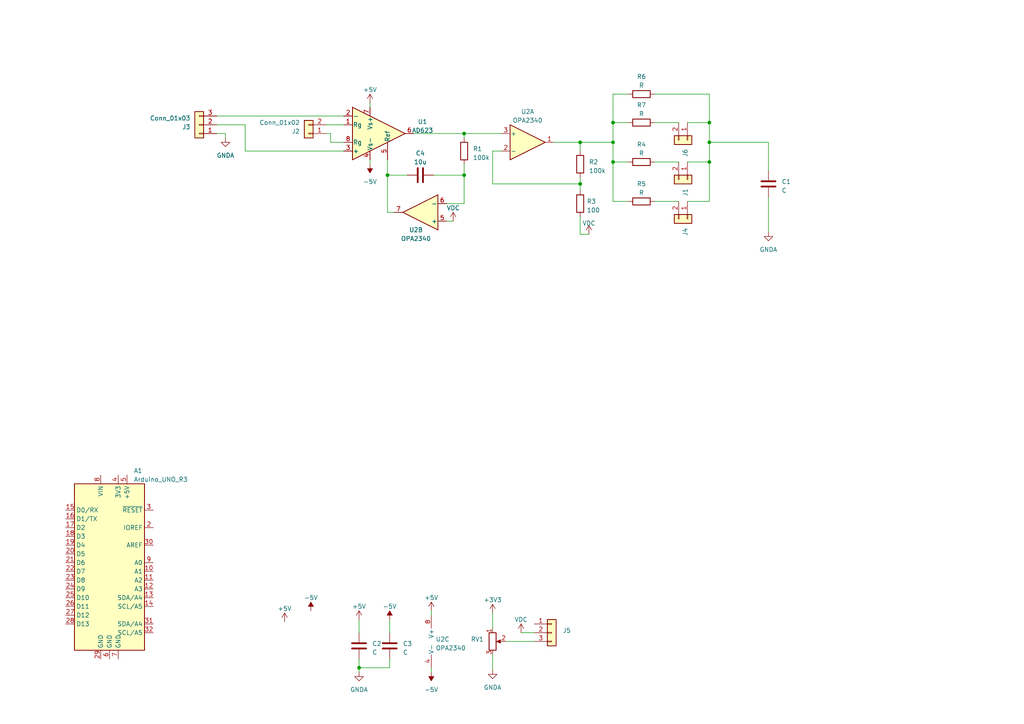
<source format=kicad_sch>
(kicad_sch (version 20230121) (generator eeschema)
  (paper "A4")
  (lib_symbols
    (symbol "Amplifier_Instrumentation:AD623" (pin_names (offset 0.127))
      (property "Reference" "U" (at 3.81 7.62 0))
      (property "Value" "AD623" (at 5.08 5.08 0))
      (symbol "AD623_0_1"
        (polyline (pts (xy -7.62 7.62) (xy -7.62 -7.62) (xy 7.62 0) (xy -7.62 7.62)) (stroke (width 0.254)) (fill (type background)))
      )
      (symbol "AD623_1_1"
        (pin passive line (at -10.16 2.54 0) (length 2.54) (name "Rg") (number "1"))
        (pin input line (at -10.16 5.08 0) (length 2.54) (name "-") (number "2"))
        (pin input line (at -10.16 -5.08 0) (length 2.54) (name "+") (number "3"))
        (pin power_in line (at -2.54 -7.62 90) (length 2.54) (name "Vs-") (number "4"))
        (pin passive line (at 2.54 -7.62 90) (length 5.08) (name "Ref") (number "5"))
        (pin output line (at 10.16 0 180) (length 2.54) (name "~") (number "6"))
        (pin power_in line (at -2.54 7.62 270) (length 2.54) (name "Vs+") (number "7"))
        (pin passive line (at -10.16 -2.54 0) (length 2.54) (name "Rg") (number "8"))
      )
    )
    (symbol "Amplifier_Operational:OPA2340" (pin_names (offset 0.127))
      (property "Reference" "U" (at 0 5.08 0))
      (property "Value" "OPA2340" (at 0 -5.08 0))
      (symbol "OPA2340_1_1"
        (polyline (pts (xy -5.08 5.08) (xy 5.08 0) (xy -5.08 -5.08) (xy -5.08 5.08)) (stroke (width 0.254)) (fill (type background)))
        (pin output line (at 7.62 0 180) (length 2.54) (name "~") (number "1"))
        (pin input line (at -7.62 -2.54 0) (length 2.54) (name "-") (number "2"))
        (pin input line (at -7.62 2.54 0) (length 2.54) (name "+") (number "3"))
      )
      (symbol "OPA2340_2_1"
        (polyline (pts (xy -5.08 5.08) (xy 5.08 0) (xy -5.08 -5.08) (xy -5.08 5.08)) (stroke (width 0.254)) (fill (type background)))
        (pin input line (at -7.62 2.54 0) (length 2.54) (name "+") (number "5"))
        (pin input line (at -7.62 -2.54 0) (length 2.54) (name "-") (number "6"))
        (pin output line (at 7.62 0 180) (length 2.54) (name "~") (number "7"))
      )
      (symbol "OPA2340_3_1"
        (pin power_in line (at -2.54 -7.62 90) (length 3.81) (name "V-") (number "4"))
        (pin power_in line (at -2.54 7.62 270) (length 3.81) (name "V+") (number "8"))
      )
    )
    (symbol "Connector_Generic:Conn_01x02" (pin_names (offset 1.016) hide)
      (property "Reference" "J" (at 0 2.54 0))
      (property "Value" "Conn_01x02" (at 0 -5.08 0))
      (symbol "Conn_01x02_1_1"
        (rectangle (start -1.27 -2.413) (end 0 -2.667) (stroke (width 0.1524)))
        (rectangle (start -1.27 0.127) (end 0 -0.127) (stroke (width 0.1524)))
        (rectangle (start -1.27 1.27) (end 1.27 -3.81) (stroke (width 0.254)) (fill (type background)))
        (pin passive line (at -5.08 0 0) (length 3.81) (name "Pin_1") (number "1"))
        (pin passive line (at -5.08 -2.54 0) (length 3.81) (name "Pin_2") (number "2"))
      )
    )
    (symbol "Connector_Generic:Conn_01x03" (pin_names (offset 1.016) hide)
      (property "Reference" "J" (at 0 5.08 0))
      (property "Value" "Conn_01x03" (at 0 -5.08 0))
      (symbol "Conn_01x03_1_1"
        (rectangle (start -1.27 -2.413) (end 0 -2.667) (stroke (width 0.1524)))
        (rectangle (start -1.27 0.127) (end 0 -0.127) (stroke (width 0.1524)))
        (rectangle (start -1.27 2.667) (end 0 2.413) (stroke (width 0.1524)))
        (rectangle (start -1.27 3.81) (end 1.27 -3.81) (stroke (width 0.254)) (fill (type background)))
        (pin passive line (at -5.08 2.54 0) (length 3.81) (name "Pin_1") (number "1"))
        (pin passive line (at -5.08 0 0) (length 3.81) (name "Pin_2") (number "2"))
        (pin passive line (at -5.08 -2.54 0) (length 3.81) (name "Pin_3") (number "3"))
      )
    )
    (symbol "Device:C" (pin_numbers hide) (pin_names (offset 0.254))
      (property "Reference" "C" (at 0.635 2.54 0))
      (property "Value" "C" (at 0.635 -2.54 0))
      (symbol "C_0_1"
        (polyline (pts (xy -2.032 -0.762) (xy 2.032 -0.762)) (stroke (width 0.508)))
        (polyline (pts (xy -2.032 0.762) (xy 2.032 0.762)) (stroke (width 0.508)))
      )
      (symbol "C_1_1"
        (pin passive line (at 0 3.81 270) (length 2.794) (name "~") (number "1"))
        (pin passive line (at 0 -3.81 90) (length 2.794) (name "~") (number "2"))
      )
    )
    (symbol "Device:R" (pin_numbers hide) (pin_names (offset 0))
      (property "Reference" "R" (at 2.032 0 90))
      (property "Value" "R" (at 0 0 90))
      (symbol "R_0_1"
        (rectangle (start -1.016 -2.54) (end 1.016 2.54) (stroke (width 0.254)))
      )
      (symbol "R_1_1"
        (pin passive line (at 0 3.81 270) (length 1.27) (name "~") (number "1"))
        (pin passive line (at 0 -3.81 90) (length 1.27) (name "~") (number "2"))
      )
    )
    (symbol "Device:R_Potentiometer" (pin_names (offset 1.016) hide)
      (property "Reference" "RV" (at -4.445 0 90))
      (property "Value" "R_Potentiometer" (at -2.54 0 90))
      (symbol "R_Potentiometer_0_1"
        (polyline (pts (xy 2.54 0) (xy 1.524 0)))
        (polyline (pts (xy 1.143 0) (xy 2.286 0.508) (xy 2.286 -0.508) (xy 1.143 0)) (fill (type outline)))
        (rectangle (start 1.016 2.54) (end -1.016 -2.54) (stroke (width 0.254)))
      )
      (symbol "R_Potentiometer_1_1"
        (pin passive line (at 0 3.81 270) (length 1.27) (name "1") (number "1"))
        (pin passive line (at 3.81 0 180) (length 1.27) (name "2") (number "2"))
        (pin passive line (at 0 -3.81 90) (length 1.27) (name "3") (number "3"))
      )
    )
    (symbol "MCU_Module:Arduino_UNO_R3"
      (property "Reference" "A" (at -10.16 23.495 0))
      (property "Value" "Arduino_UNO_R3" (at 5.08 -26.67 0))
      (symbol "Arduino_UNO_R3_0_1"
        (rectangle (start -10.16 22.86) (end 10.16 -25.4) (stroke (width 0.254)) (fill (type background)))
      )
      (symbol "Arduino_UNO_R3_1_1"
        (pin no_connect line (at -10.16 -20.32 0) (length 2.54) hide (name "NC") (number "1"))
        (pin bidirectional line (at 12.7 -2.54 180) (length 2.54) (name "A1") (number "10"))
        (pin bidirectional line (at 12.7 -5.08 180) (length 2.54) (name "A2") (number "11"))
        (pin bidirectional line (at 12.7 -7.62 180) (length 2.54) (name "A3") (number "12"))
        (pin bidirectional line (at 12.7 -10.16 180) (length 2.54) (name "SDA/A4") (number "13"))
        (pin bidirectional line (at 12.7 -12.7 180) (length 2.54) (name "SCL/A5") (number "14"))
        (pin bidirectional line (at -12.7 15.24 0) (length 2.54) (name "D0/RX") (number "15"))
        (pin bidirectional line (at -12.7 12.7 0) (length 2.54) (name "D1/TX") (number "16"))
        (pin bidirectional line (at -12.7 10.16 0) (length 2.54) (name "D2") (number "17"))
        (pin bidirectional line (at -12.7 7.62 0) (length 2.54) (name "D3") (number "18"))
        (pin bidirectional line (at -12.7 5.08 0) (length 2.54) (name "D4") (number "19"))
        (pin output line (at 12.7 10.16 180) (length 2.54) (name "IOREF") (number "2"))
        (pin bidirectional line (at -12.7 2.54 0) (length 2.54) (name "D5") (number "20"))
        (pin bidirectional line (at -12.7 0 0) (length 2.54) (name "D6") (number "21"))
        (pin bidirectional line (at -12.7 -2.54 0) (length 2.54) (name "D7") (number "22"))
        (pin bidirectional line (at -12.7 -5.08 0) (length 2.54) (name "D8") (number "23"))
        (pin bidirectional line (at -12.7 -7.62 0) (length 2.54) (name "D9") (number "24"))
        (pin bidirectional line (at -12.7 -10.16 0) (length 2.54) (name "D10") (number "25"))
        (pin bidirectional line (at -12.7 -12.7 0) (length 2.54) (name "D11") (number "26"))
        (pin bidirectional line (at -12.7 -15.24 0) (length 2.54) (name "D12") (number "27"))
        (pin bidirectional line (at -12.7 -17.78 0) (length 2.54) (name "D13") (number "28"))
        (pin power_in line (at -2.54 -27.94 90) (length 2.54) (name "GND") (number "29"))
        (pin input line (at 12.7 15.24 180) (length 2.54) (name "~{RESET}") (number "3"))
        (pin input line (at 12.7 5.08 180) (length 2.54) (name "AREF") (number "30"))
        (pin bidirectional line (at 12.7 -17.78 180) (length 2.54) (name "SDA/A4") (number "31"))
        (pin bidirectional line (at 12.7 -20.32 180) (length 2.54) (name "SCL/A5") (number "32"))
        (pin power_out line (at 2.54 25.4 270) (length 2.54) (name "3V3") (number "4"))
        (pin power_out line (at 5.08 25.4 270) (length 2.54) (name "+5V") (number "5"))
        (pin power_in line (at 0 -27.94 90) (length 2.54) (name "GND") (number "6"))
        (pin power_in line (at 2.54 -27.94 90) (length 2.54) (name "GND") (number "7"))
        (pin power_in line (at -2.54 25.4 270) (length 2.54) (name "VIN") (number "8"))
        (pin bidirectional line (at 12.7 0 180) (length 2.54) (name "A0") (number "9"))
      )
    )
    (symbol "power:+3V3" (power) (pin_names (offset 0))
      (property "Value" "+3V3" (at 0 3.556 0))
      (symbol "+3V3_0_1"
        (polyline (pts (xy -0.762 1.27) (xy 0 2.54)))
        (polyline (pts (xy 0 0) (xy 0 2.54)))
        (polyline (pts (xy 0 2.54) (xy 0.762 1.27)))
      )
      (symbol "+3V3_1_1"
        (pin power_in line (at 0 0 90) (length 0) hide (name "+3V3") (number "1"))
      )
    )
    (symbol "power:+5V" (power) (pin_names (offset 0))
      (property "Value" "+5V" (at 0 3.556 0))
      (symbol "+5V_0_1"
        (polyline (pts (xy -0.762 1.27) (xy 0 2.54)))
        (polyline (pts (xy 0 0) (xy 0 2.54)))
        (polyline (pts (xy 0 2.54) (xy 0.762 1.27)))
      )
      (symbol "+5V_1_1"
        (pin power_in line (at 0 0 90) (length 0) hide (name "+5V") (number "1"))
      )
    )
    (symbol "power:-5V" (power) (pin_names (offset 0))
      (property "Value" "-5V" (at 0 3.81 0))
      (symbol "-5V_0_0"
        (pin power_in line (at 0 0 90) (length 0) hide (name "-5V") (number "1"))
      )
      (symbol "-5V_0_1"
        (polyline (pts (xy 0 0) (xy 0 1.27) (xy 0.762 1.27) (xy 0 2.54) (xy -0.762 1.27) (xy 0 1.27)) (fill (type outline)))
      )
    )
    (symbol "power:GNDA" (power) (pin_names (offset 0))
      (property "Value" "GNDA" (at 0 -3.81 0))
      (symbol "GNDA_0_1"
        (polyline (pts (xy 0 0) (xy 0 -1.27) (xy 1.27 -1.27) (xy 0 -2.54) (xy -1.27 -1.27) (xy 0 -1.27)))
      )
      (symbol "GNDA_1_1"
        (pin power_in line (at 0 0 270) (length 0) hide (name "GNDA") (number "1"))
      )
    )
    (symbol "power:VDC" (power) (pin_names (offset 0))
      (property "Value" "VDC" (at 0 6.35 0))
      (symbol "VDC_0_1"
        (polyline (pts (xy -0.762 1.27) (xy 0 2.54)))
        (polyline (pts (xy 0 0) (xy 0 2.54)))
        (polyline (pts (xy 0 2.54) (xy 0.762 1.27)))
      )
      (symbol "VDC_1_1"
        (pin power_in line (at 0 0 90) (length 0) hide (name "VDC") (number "1"))
      )
    )
  )
  (junction (at 112.395 50.8))
  (junction (at 168.275 41.275))
  (junction (at 205.74 41.275))
  (junction (at 177.8 35.56))
  (junction (at 177.8 46.99))
  (junction (at 134.62 38.735))
  (junction (at 104.14 193.675))
  (junction (at 205.74 46.99))
  (junction (at 168.275 53.34))
  (junction (at 134.62 50.8))
  (junction (at 177.8 41.275))
  (junction (at 205.74 35.56))
  (wire (pts (xy 182.245 58.42) (xy 177.8 58.42)))
  (wire (pts (xy 134.62 47.625) (xy 134.62 50.8)))
  (wire (pts (xy 177.8 46.99) (xy 182.245 46.99)))
  (wire (pts (xy 94.615 38.735) (xy 95.885 38.735)))
  (wire (pts (xy 125.095 177.165) (xy 125.095 178.435)))
  (wire (pts (xy 142.875 43.815) (xy 142.875 53.34)))
  (wire (pts (xy 65.405 38.735) (xy 62.865 38.735)))
  (wire (pts (xy 94.615 36.195) (xy 99.695 36.195)))
  (wire (pts (xy 222.885 57.15) (xy 222.885 67.31)))
  (wire (pts (xy 142.875 189.865) (xy 142.875 194.31)))
  (wire (pts (xy 189.865 35.56) (xy 196.85 35.56)))
  (wire (pts (xy 71.12 43.815) (xy 99.695 43.815)))
  (wire (pts (xy 151.13 183.515) (xy 154.94 183.515)))
  (wire (pts (xy 134.62 38.735) (xy 134.62 40.005)))
  (wire (pts (xy 113.03 191.135) (xy 113.03 193.675)))
  (wire (pts (xy 107.315 47.625) (xy 107.315 46.355)))
  (wire (pts (xy 112.395 46.355) (xy 112.395 50.8)))
  (wire (pts (xy 205.74 41.275) (xy 222.885 41.275)))
  (wire (pts (xy 62.865 33.655) (xy 99.695 33.655)))
  (wire (pts (xy 134.62 38.735) (xy 145.415 38.735)))
  (wire (pts (xy 168.275 62.865) (xy 168.275 67.945)))
  (wire (pts (xy 107.315 29.845) (xy 107.315 31.115)))
  (wire (pts (xy 168.275 67.945) (xy 170.815 67.945)))
  (wire (pts (xy 205.74 41.275) (xy 205.74 35.56)))
  (wire (pts (xy 199.39 46.99) (xy 205.74 46.99)))
  (wire (pts (xy 205.74 35.56) (xy 205.74 27.305)))
  (wire (pts (xy 120.015 38.735) (xy 134.62 38.735)))
  (wire (pts (xy 71.12 36.195) (xy 71.12 43.815)))
  (wire (pts (xy 189.865 27.305) (xy 205.74 27.305)))
  (wire (pts (xy 177.8 35.56) (xy 177.8 27.305)))
  (wire (pts (xy 177.8 58.42) (xy 177.8 46.99)))
  (wire (pts (xy 112.395 50.8) (xy 118.11 50.8)))
  (wire (pts (xy 65.405 40.005) (xy 65.405 38.735)))
  (wire (pts (xy 168.275 51.435) (xy 168.275 53.34)))
  (wire (pts (xy 168.275 53.34) (xy 168.275 55.245)))
  (wire (pts (xy 134.62 59.055) (xy 129.54 59.055)))
  (wire (pts (xy 199.39 58.42) (xy 205.74 58.42)))
  (wire (pts (xy 113.03 179.705) (xy 113.03 183.515)))
  (wire (pts (xy 177.8 41.275) (xy 177.8 35.56)))
  (wire (pts (xy 168.275 41.275) (xy 168.275 43.815)))
  (wire (pts (xy 189.865 58.42) (xy 196.85 58.42)))
  (wire (pts (xy 104.14 193.675) (xy 104.14 194.945)))
  (wire (pts (xy 160.655 41.275) (xy 168.275 41.275)))
  (wire (pts (xy 146.685 186.055) (xy 154.94 186.055)))
  (wire (pts (xy 112.395 61.595) (xy 114.3 61.595)))
  (wire (pts (xy 62.865 36.195) (xy 71.12 36.195)))
  (wire (pts (xy 134.62 50.8) (xy 134.62 59.055)))
  (wire (pts (xy 104.14 191.135) (xy 104.14 193.675)))
  (wire (pts (xy 125.095 194.945) (xy 125.095 193.675)))
  (wire (pts (xy 199.39 35.56) (xy 205.74 35.56)))
  (wire (pts (xy 104.14 179.705) (xy 104.14 183.515)))
  (wire (pts (xy 177.8 46.99) (xy 177.8 41.275)))
  (wire (pts (xy 95.885 41.275) (xy 99.695 41.275)))
  (wire (pts (xy 95.885 38.735) (xy 95.885 41.275)))
  (wire (pts (xy 113.03 193.675) (xy 104.14 193.675)))
  (wire (pts (xy 142.875 177.8) (xy 142.875 182.245)))
  (wire (pts (xy 142.875 53.34) (xy 168.275 53.34)))
  (wire (pts (xy 189.865 46.99) (xy 196.85 46.99)))
  (wire (pts (xy 177.8 27.305) (xy 182.245 27.305)))
  (wire (pts (xy 222.885 49.53) (xy 222.885 41.275)))
  (wire (pts (xy 168.275 41.275) (xy 177.8 41.275)))
  (wire (pts (xy 112.395 50.8) (xy 112.395 61.595)))
  (wire (pts (xy 205.74 46.99) (xy 205.74 41.275)))
  (wire (pts (xy 205.74 58.42) (xy 205.74 46.99)))
  (wire (pts (xy 145.415 43.815) (xy 142.875 43.815)))
  (wire (pts (xy 125.73 50.8) (xy 134.62 50.8)))
  (wire (pts (xy 129.54 64.135) (xy 131.445 64.135)))
  (wire (pts (xy 177.8 35.56) (xy 182.245 35.56)))
  (symbol (lib_id "power:-5V") (at 90.17 177.165 0) (unit 1)
    (property "Reference" "#PWR04" (effects hide))
    (property "Value" "-5V" (at 90.17 173.355 0))
  )
  (symbol (lib_id "Connector_Generic:Conn_01x02") (at 199.39 63.5 270) (unit 1)
    (property "Reference" "J4" (at 198.755 66.04 0) (effects (justify left)))
    (property "Value" "Conn_01x02" (effects hide))
  )
  (symbol (lib_id "Amplifier_Operational:OPA2340") (at 153.035 41.275 0) (unit 1)
    (property "Reference" "U2" (at 153.035 32.385 0))
    (property "Value" "OPA2340" (at 153.035 34.925 0))
    (property "Datasheet" "http://www.ti.com/lit/ds/symlink/opa4340.pdf" (effects hide))
  )
  (symbol (lib_id "MCU_Module:Arduino_UNO_R3") (at 31.75 163.195 0) (unit 1)
    (property "Reference" "A1" (at 38.7859 136.525 0) (effects (justify left)))
    (property "Value" "Arduino_UNO_R3" (at 38.7859 139.065 0) (effects (justify left)))
    (property "Footprint" "Module:Arduino_UNO_R3" (effects hide))
    (property "Datasheet" "https://www.arduino.cc/en/Main/arduinoBoardUno" (effects hide))
  )
  (symbol (lib_id "power:VDC") (at 170.815 67.945 0) (unit 1)
    (property "Reference" "#PWR014" (effects hide))
    (property "Value" "VDC" (at 170.815 64.77 0))
  )
  (symbol (lib_id "Connector_Generic:Conn_01x03") (at 160.02 183.515 0) (unit 1)
    (property "Reference" "J5" (at 163.195 182.88 0) (effects (justify left)))
    (property "Value" "Conn_01x03" (effects hide))
  )
  (symbol (lib_id "power:GNDA") (at 65.405 40.005 0) (unit 1)
    (property "Reference" "#PWR08" (effects hide))
    (property "Value" "GNDA" (at 65.405 45.085 0))
  )
  (symbol (lib_id "power:VDC") (at 151.13 183.515 0) (unit 1)
    (property "Reference" "#PWR016" (effects hide))
    (property "Value" "VDC" (at 151.13 179.705 0))
  )
  (symbol (lib_id "power:GNDA") (at 222.885 67.31 0) (unit 1)
    (property "Reference" "#PWR015" (effects hide))
    (property "Value" "GNDA" (at 222.885 72.39 0))
  )
  (symbol (lib_id "power:GNDA") (at 104.14 194.945 0) (unit 1)
    (property "Reference" "#PWR07" (effects hide))
    (property "Value" "GNDA" (at 104.14 200.025 0))
  )
  (symbol (lib_id "Device:R") (at 186.055 58.42 90) (unit 1)
    (property "Reference" "R5" (at 186.055 53.34 90))
    (property "Value" "R" (at 186.055 55.88 90))
  )
  (symbol (lib_id "Device:R") (at 186.055 46.99 90) (unit 1)
    (property "Reference" "R4" (at 186.055 41.91 90))
    (property "Value" "R" (at 186.055 44.45 90))
  )
  (symbol (lib_id "power:-5V") (at 125.095 194.945 180) (unit 1)
    (property "Reference" "#PWR010" (effects hide))
    (property "Value" "-5V" (at 125.095 200.025 0))
  )
  (symbol (lib_id "Device:C") (at 222.885 53.34 0) (unit 1)
    (property "Reference" "C1" (at 226.695 52.705 0) (effects (justify left)))
    (property "Value" "C" (at 226.695 55.245 0) (effects (justify left)))
  )
  (symbol (lib_id "Connector_Generic:Conn_01x02") (at 199.39 52.07 270) (unit 1)
    (property "Reference" "J1" (at 198.755 54.61 0) (effects (justify left)))
    (property "Value" "Conn_01x02" (effects hide))
  )
  (symbol (lib_id "Device:C") (at 104.14 187.325 0) (unit 1)
    (property "Reference" "C2" (at 107.95 186.69 0) (effects (justify left)))
    (property "Value" "C" (at 107.95 189.23 0) (effects (justify left)))
  )
  (symbol (lib_id "Connector_Generic:Conn_01x02") (at 199.39 40.64 270) (unit 1)
    (property "Reference" "J6" (at 198.755 43.18 0) (effects (justify left)))
    (property "Value" "Conn_01x02" (effects hide))
  )
  (symbol (lib_id "power:+5V") (at 82.55 180.34 0) (unit 1)
    (property "Reference" "#PWR03" (effects hide))
    (property "Value" "+5V" (at 82.55 176.53 0))
  )
  (symbol (lib_id "Device:R_Potentiometer") (at 142.875 186.055 0) (unit 1)
    (property "Reference" "RV1" (at 140.335 185.42 0) (effects (justify right)))
    (property "Value" "R_Potentiometer" (effects hide))
  )
  (symbol (lib_id "Device:C") (at 113.03 187.325 0) (unit 1)
    (property "Reference" "C3" (at 116.84 186.69 0) (effects (justify left)))
    (property "Value" "C" (at 116.84 189.23 0) (effects (justify left)))
  )
  (symbol (lib_id "power:+3V3") (at 142.875 177.8 0) (unit 1)
    (property "Reference" "#PWR05" (effects hide))
    (property "Value" "+3V3" (at 142.875 173.99 0))
  )
  (symbol (lib_id "Connector_Generic:Conn_01x03") (at 57.785 36.195 180) (unit 1)
    (property "Reference" "J3" (at 55.245 36.83 0) (effects (justify left)))
    (property "Value" "Conn_01x03" (at 55.245 34.29 0) (effects (justify left)))
  )
  (symbol (lib_id "Device:R") (at 186.055 27.305 90) (unit 1)
    (property "Reference" "R6" (at 186.055 22.225 90))
    (property "Value" "R" (at 186.055 24.765 90))
  )
  (symbol (lib_id "power:VDC") (at 131.445 64.135 0) (unit 1)
    (property "Reference" "#PWR013" (effects hide))
    (property "Value" "VDC" (at 131.445 60.325 0))
  )
  (symbol (lib_id "power:-5V") (at 113.03 179.705 0) (unit 1)
    (property "Reference" "#PWR02" (effects hide))
    (property "Value" "-5V" (at 113.03 175.895 0))
  )
  (symbol (lib_id "Device:R") (at 186.055 35.56 90) (unit 1)
    (property "Reference" "R7" (at 186.055 30.48 90))
    (property "Value" "R" (at 186.055 33.02 90))
  )
  (symbol (lib_id "Amplifier_Operational:OPA2340") (at 127.635 186.055 0) (unit 3)
    (property "Reference" "U2" (at 126.365 185.42 0) (effects (justify left)))
    (property "Value" "OPA2340" (at 126.365 187.96 0) (effects (justify left)))
    (property "Datasheet" "http://www.ti.com/lit/ds/symlink/opa4340.pdf" (effects hide))
  )
  (symbol (lib_id "Device:R") (at 168.275 59.055 0) (unit 1)
    (property "Reference" "R3" (at 170.18 58.42 0) (effects (justify left)))
    (property "Value" "100" (at 170.18 60.96 0) (effects (justify left)))
  )
  (symbol (lib_id "power:-5V") (at 107.315 47.625 180) (unit 1)
    (property "Reference" "#PWR011" (effects hide))
    (property "Value" "-5V" (at 107.315 52.705 0))
  )
  (symbol (lib_id "Device:R") (at 134.62 43.815 0) (unit 1)
    (property "Reference" "R1" (at 137.16 43.18 0) (effects (justify left)))
    (property "Value" "100k" (at 137.16 45.72 0) (effects (justify left)))
  )
  (symbol (lib_id "Device:R") (at 168.275 47.625 0) (unit 1)
    (property "Reference" "R2" (at 170.815 46.99 0) (effects (justify left)))
    (property "Value" "100k" (at 170.815 49.53 0) (effects (justify left)))
  )
  (symbol (lib_id "Amplifier_Instrumentation:AD623") (at 109.855 38.735 0) (unit 1)
    (property "Reference" "U1" (at 122.555 35.3061 0))
    (property "Value" "AD623" (at 122.555 37.8461 0))
    (property "Datasheet" "https://www.analog.com/media/en/technical-documentation/data-sheets/AD623.pdf" (effects hide))
  )
  (symbol (lib_id "power:+5V") (at 104.14 179.705 0) (unit 1)
    (property "Reference" "#PWR06" (effects hide))
    (property "Value" "+5V" (at 104.14 175.895 0))
  )
  (symbol (lib_id "power:GNDA") (at 142.875 194.31 0) (unit 1)
    (property "Reference" "#PWR01" (effects hide))
    (property "Value" "GNDA" (at 142.875 199.39 0))
  )
  (symbol (lib_id "Device:C") (at 121.92 50.8 90) (unit 1)
    (property "Reference" "C4" (at 121.92 44.45 90))
    (property "Value" "10u" (at 121.92 46.99 90))
  )
  (symbol (lib_id "Connector_Generic:Conn_01x02") (at 89.535 38.735 180) (unit 1)
    (property "Reference" "J2" (at 86.995 38.1 0) (effects (justify left)))
    (property "Value" "Conn_01x02" (at 86.995 35.56 0) (effects (justify left)))
  )
  (symbol (lib_id "power:+5V") (at 107.315 29.845 0) (unit 1)
    (property "Reference" "#PWR012" (effects hide))
    (property "Value" "+5V" (at 107.315 26.035 0))
  )
  (symbol (lib_id "Amplifier_Operational:OPA2340") (at 121.92 61.595 180) (unit 2)
    (property "Reference" "U2" (at 120.65 66.675 0))
    (property "Value" "OPA2340" (at 120.65 69.215 0))
    (property "Datasheet" "http://www.ti.com/lit/ds/symlink/opa4340.pdf" (effects hide))
  )
  (symbol (lib_id "power:+5V") (at 125.095 177.165 0) (unit 1)
    (property "Reference" "#PWR09" (effects hide))
    (property "Value" "+5V" (at 125.095 173.355 0))
  )
)
</source>
